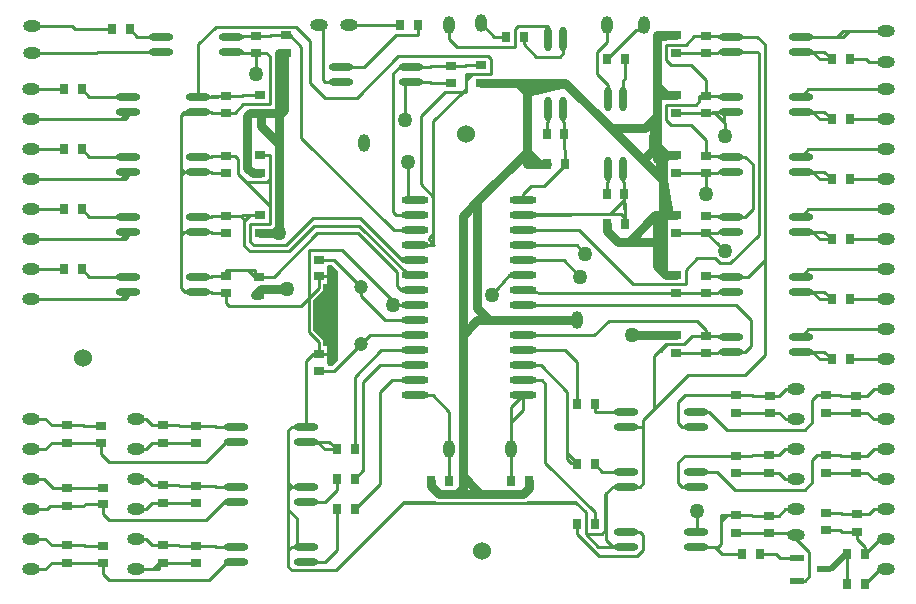
<source format=gtl>
G04 Layer_Physical_Order=1*
G04 Layer_Color=255*
%FSLAX25Y25*%
%MOIN*%
G70*
G01*
G75*
%ADD10R,0.03543X0.03150*%
%ADD11R,0.02756X0.03543*%
%ADD12O,0.02362X0.08268*%
%ADD13R,0.03543X0.02756*%
%ADD14R,0.03150X0.03543*%
%ADD15O,0.08268X0.02362*%
%ADD16R,0.04528X0.02362*%
%ADD17O,0.09055X0.02362*%
%ADD18C,0.01000*%
%ADD19C,0.03000*%
%ADD20O,0.03937X0.05906*%
%ADD21O,0.05906X0.03937*%
%ADD22C,0.06000*%
%ADD23C,0.04724*%
%ADD24C,0.05000*%
G36*
X109500Y109550D02*
Y79663D01*
X107611Y77774D01*
X105995D01*
X105772Y79181D01*
X105772Y79181D01*
X105772Y79181D01*
Y81256D01*
X103000D01*
Y82256D01*
X105772D01*
Y84331D01*
X104529D01*
Y85700D01*
X104413Y86285D01*
X104081Y86781D01*
X101229Y89634D01*
Y99766D01*
X104081Y102619D01*
X104413Y103115D01*
X104529Y103700D01*
Y105169D01*
X105772D01*
Y107244D01*
X103000D01*
Y108244D01*
X105772D01*
Y110319D01*
X105772Y110319D01*
X105947Y111427D01*
X107450Y111599D01*
X109500Y109550D01*
D02*
G37*
D10*
X147000Y177756D02*
D03*
Y172244D02*
D03*
X232000Y122244D02*
D03*
Y127756D02*
D03*
Y142244D02*
D03*
Y147756D02*
D03*
Y162244D02*
D03*
Y167756D02*
D03*
Y182244D02*
D03*
Y187756D02*
D03*
Y82244D02*
D03*
Y87756D02*
D03*
Y102244D02*
D03*
Y107756D02*
D03*
X282000Y62244D02*
D03*
Y67756D02*
D03*
X242000Y47756D02*
D03*
Y42244D02*
D03*
X72000Y127756D02*
D03*
Y122244D02*
D03*
Y147756D02*
D03*
Y142244D02*
D03*
Y167756D02*
D03*
Y162244D02*
D03*
X82000Y187756D02*
D03*
Y182244D02*
D03*
X103000Y113256D02*
D03*
Y107744D02*
D03*
Y81756D02*
D03*
Y76244D02*
D03*
X31000Y37256D02*
D03*
Y31744D02*
D03*
X30500Y57756D02*
D03*
Y52244D02*
D03*
X282000Y42244D02*
D03*
Y47756D02*
D03*
X272000Y23244D02*
D03*
Y28756D02*
D03*
X62000Y57756D02*
D03*
Y52244D02*
D03*
X253000Y27756D02*
D03*
Y22244D02*
D03*
X253500Y67756D02*
D03*
Y62244D02*
D03*
X62000Y17756D02*
D03*
Y12244D02*
D03*
X72000Y107756D02*
D03*
Y102244D02*
D03*
X31000Y17756D02*
D03*
Y12244D02*
D03*
X62000Y37756D02*
D03*
Y32244D02*
D03*
D11*
X165547Y187500D02*
D03*
X171453D02*
D03*
X34047Y190000D02*
D03*
X39953D02*
D03*
X130047Y191500D02*
D03*
X135953D02*
D03*
X199047Y180000D02*
D03*
X204953D02*
D03*
X184953Y145000D02*
D03*
X179047D02*
D03*
X279953Y80000D02*
D03*
X274047D02*
D03*
X279953Y180000D02*
D03*
X274047D02*
D03*
X279953Y160000D02*
D03*
X274047D02*
D03*
X279953Y140000D02*
D03*
X274047D02*
D03*
X279953Y120000D02*
D03*
X274047D02*
D03*
X279953Y100000D02*
D03*
X274047D02*
D03*
X204953Y125000D02*
D03*
X199047D02*
D03*
X279047Y5000D02*
D03*
X284953D02*
D03*
Y15000D02*
D03*
X279047D02*
D03*
X244047D02*
D03*
X249953D02*
D03*
X194953Y45000D02*
D03*
X189047D02*
D03*
X194953Y65000D02*
D03*
X189047D02*
D03*
X18142Y170000D02*
D03*
X24047D02*
D03*
X18142Y150000D02*
D03*
X24047D02*
D03*
X109047Y50000D02*
D03*
X114953D02*
D03*
X109047Y40000D02*
D03*
X114953D02*
D03*
X109047Y30000D02*
D03*
X114953D02*
D03*
X146453Y39500D02*
D03*
X140547D02*
D03*
X167047D02*
D03*
X172953D02*
D03*
X189047Y25000D02*
D03*
X194953D02*
D03*
X18142Y110000D02*
D03*
X24047D02*
D03*
X18142Y130000D02*
D03*
X24047D02*
D03*
D12*
X204500Y166614D02*
D03*
X199500D02*
D03*
X204500Y143386D02*
D03*
X199500D02*
D03*
X184500Y186614D02*
D03*
X179500D02*
D03*
X184500Y163386D02*
D03*
X179500D02*
D03*
D13*
X222000Y122047D02*
D03*
Y127953D02*
D03*
Y182047D02*
D03*
Y187953D02*
D03*
Y162047D02*
D03*
Y167953D02*
D03*
Y142047D02*
D03*
Y147953D02*
D03*
Y82047D02*
D03*
Y87953D02*
D03*
Y102047D02*
D03*
Y107953D02*
D03*
X272000Y67953D02*
D03*
Y62047D02*
D03*
X242000D02*
D03*
Y67953D02*
D03*
X253000Y42047D02*
D03*
Y47953D02*
D03*
X83500Y127953D02*
D03*
Y122047D02*
D03*
Y147953D02*
D03*
Y142047D02*
D03*
Y167953D02*
D03*
Y162047D02*
D03*
X92000Y187953D02*
D03*
Y182047D02*
D03*
X157000Y177953D02*
D03*
Y172047D02*
D03*
X19000Y31047D02*
D03*
Y36953D02*
D03*
Y52047D02*
D03*
Y57953D02*
D03*
X272000Y47953D02*
D03*
Y42047D02*
D03*
X282500Y28453D02*
D03*
Y22547D02*
D03*
X51000Y52047D02*
D03*
Y57953D02*
D03*
X242000Y22047D02*
D03*
Y27953D02*
D03*
X83000Y107453D02*
D03*
Y101547D02*
D03*
X19000Y12047D02*
D03*
Y17953D02*
D03*
X51000Y12047D02*
D03*
Y17953D02*
D03*
Y32047D02*
D03*
Y37953D02*
D03*
D14*
X184756Y155000D02*
D03*
X179244D02*
D03*
X204756Y135000D02*
D03*
X199244D02*
D03*
D15*
X263614Y82500D02*
D03*
Y87500D02*
D03*
X240386Y82500D02*
D03*
Y87500D02*
D03*
X263614Y102500D02*
D03*
Y107500D02*
D03*
X240386Y102500D02*
D03*
Y107500D02*
D03*
X263614Y122500D02*
D03*
Y127500D02*
D03*
X240386Y122500D02*
D03*
Y127500D02*
D03*
X263614Y142500D02*
D03*
Y147500D02*
D03*
X240386Y142500D02*
D03*
Y147500D02*
D03*
X263614Y162500D02*
D03*
Y167500D02*
D03*
X240386Y162500D02*
D03*
Y167500D02*
D03*
X263614Y182500D02*
D03*
Y187500D02*
D03*
X240386Y182500D02*
D03*
Y187500D02*
D03*
X205386Y22500D02*
D03*
Y17500D02*
D03*
X228614Y22500D02*
D03*
Y17500D02*
D03*
X205386Y42500D02*
D03*
Y37500D02*
D03*
X228614Y42500D02*
D03*
Y37500D02*
D03*
X205386Y62500D02*
D03*
Y57500D02*
D03*
X228614Y62500D02*
D03*
Y57500D02*
D03*
X39480Y167500D02*
D03*
Y162500D02*
D03*
X62709Y167500D02*
D03*
Y162500D02*
D03*
X39480Y147500D02*
D03*
Y142500D02*
D03*
X62709Y147500D02*
D03*
Y142500D02*
D03*
X39480Y127500D02*
D03*
Y122500D02*
D03*
X62709Y127500D02*
D03*
Y122500D02*
D03*
X110386Y177500D02*
D03*
Y172500D02*
D03*
X133614Y177500D02*
D03*
Y172500D02*
D03*
X50386Y187500D02*
D03*
Y182500D02*
D03*
X73614Y187500D02*
D03*
Y182500D02*
D03*
X98614Y12500D02*
D03*
Y17500D02*
D03*
X75386Y12500D02*
D03*
Y17500D02*
D03*
X39480Y107500D02*
D03*
Y102500D02*
D03*
X62709Y107500D02*
D03*
Y102500D02*
D03*
X98614Y52500D02*
D03*
Y57500D02*
D03*
X75386Y52500D02*
D03*
Y57500D02*
D03*
X98614Y32500D02*
D03*
Y37500D02*
D03*
X75386Y32500D02*
D03*
Y37500D02*
D03*
D16*
X262571Y13740D02*
D03*
Y6260D02*
D03*
X271429Y10000D02*
D03*
D17*
X135183Y133000D02*
D03*
Y128000D02*
D03*
Y123000D02*
D03*
Y118000D02*
D03*
Y113000D02*
D03*
Y108000D02*
D03*
Y103000D02*
D03*
Y98000D02*
D03*
Y93000D02*
D03*
Y88000D02*
D03*
Y83000D02*
D03*
Y78000D02*
D03*
Y73000D02*
D03*
Y68000D02*
D03*
X171010Y133000D02*
D03*
Y128000D02*
D03*
Y123000D02*
D03*
Y118000D02*
D03*
Y113000D02*
D03*
Y108000D02*
D03*
Y103000D02*
D03*
Y98000D02*
D03*
Y93000D02*
D03*
Y88000D02*
D03*
Y83000D02*
D03*
Y78000D02*
D03*
Y73000D02*
D03*
Y68000D02*
D03*
D18*
X238500Y154500D02*
Y158744D01*
X238200Y159044D02*
X238500Y158744D01*
X87953Y107453D02*
X102500Y122000D01*
X83000Y107453D02*
X87953D01*
X102500Y122000D02*
X116183D01*
X80000Y116047D02*
X93000D01*
X81350Y118047D02*
X92000D01*
X72000Y109725D02*
X79456D01*
X249700Y121543D02*
Y182000D01*
X240157Y112000D02*
X249700Y121543D01*
X236843Y112000D02*
X240157D01*
X235243Y113600D02*
X236843Y112000D01*
X229100Y113600D02*
X235243D01*
X238244Y116000D02*
X238500D01*
X235944Y118300D02*
X238244Y116000D01*
X262000Y20000D02*
Y21500D01*
Y20000D02*
X266400Y15600D01*
X261256Y22244D02*
X262000Y21500D01*
X253000Y22244D02*
X261256D01*
X180601Y102047D02*
X222000D01*
X171588Y102378D02*
X180601Y102047D01*
X171010Y103000D02*
X171588Y102378D01*
X207900Y104939D02*
X225300D01*
X189839Y123000D02*
X207900Y104939D01*
X184700Y113000D02*
X190200Y107500D01*
X116512Y124500D02*
X133012Y108000D01*
X101453Y124500D02*
X116512D01*
X116840Y127000D02*
X130840Y113000D01*
X100953Y127000D02*
X116840D01*
X129156Y104344D02*
X130500Y103000D01*
X135183D01*
X129156Y104344D02*
Y109028D01*
X116183Y122000D02*
X129156Y109028D01*
X130840Y113000D02*
X135183D01*
X133012Y108000D02*
X135183D01*
X267500Y182500D02*
X271547D01*
X267500Y162500D02*
X271547D01*
X267500Y142500D02*
X271547D01*
X187000Y45400D02*
X189047D01*
X185800Y46600D02*
Y48647D01*
X267500Y122500D02*
X271547D01*
X267500Y102500D02*
X271547D01*
X267500Y82500D02*
X271547D01*
X167000Y59200D02*
Y63990D01*
X102500Y52500D02*
X106547D01*
X132800Y133000D02*
Y145800D01*
X169500Y191100D02*
X179500D01*
X208700Y189653D02*
X211500D01*
X279800Y189500D02*
X292000D01*
X277800D02*
X279800D01*
X275800Y187500D02*
X277800D01*
X263614D02*
X275800D01*
X36980Y100000D02*
X38480D01*
X7000D02*
X36980D01*
Y120000D02*
X38480D01*
X7000D02*
X36980D01*
Y140000D02*
X38480D01*
X7000D02*
X36980D01*
Y160000D02*
X38480D01*
X7000D02*
X36980D01*
X104508Y172992D02*
Y191500D01*
X237000Y27953D02*
X239000D01*
X237000Y25953D02*
Y27953D01*
Y18500D02*
Y25953D01*
X238200Y159044D02*
Y162500D01*
X229000Y29400D02*
Y29500D01*
Y22500D02*
Y29400D01*
X204756Y133000D02*
Y135000D01*
Y130097D02*
Y133000D01*
X200056Y128300D02*
X203653D01*
X174400D02*
X200056D01*
X174400Y128000D02*
Y128300D01*
X49728Y10000D02*
Y12047D01*
X47681Y10000D02*
X49728D01*
X81728Y107453D02*
Y109725D01*
X79456D02*
X81728D01*
X78228Y126181D02*
Y126528D01*
X77797Y127953D02*
X80000D01*
X86800Y140000D02*
Y147953D01*
Y131000D02*
Y140000D01*
Y125075D02*
Y131000D01*
X76100Y141700D02*
X78800Y139000D01*
X151939Y175061D02*
X154061D01*
X152000Y173000D02*
Y175000D01*
Y170169D02*
Y173000D01*
Y169169D02*
Y170169D01*
X151000Y169169D02*
X152000D01*
X145169D02*
X151000D01*
X152000Y170169D01*
X141211Y159380D02*
X151000Y169169D01*
X140905Y118694D02*
X141600Y118000D01*
X139640Y119960D02*
X140905Y118694D01*
X140211Y118000D02*
X141600D01*
X135183D02*
X140211D01*
X141211Y134111D02*
Y159380D01*
Y119000D02*
Y121889D01*
X140905Y118694D02*
X141211Y119000D01*
X140211Y118000D02*
X140905Y118694D01*
X62800Y167500D02*
Y185000D01*
Y167500D02*
X67200D01*
X229900Y166125D02*
Y167756D01*
X251700Y81400D02*
Y113000D01*
X218853Y84953D02*
X219053D01*
X226100Y74700D02*
X228300D01*
X196200Y17500D02*
X201000D01*
X131900Y159900D02*
Y172500D01*
X57000Y141500D02*
Y143500D01*
Y122500D02*
Y141500D01*
X58000Y142500D02*
X62709D01*
X57451D02*
X58000D01*
X57000Y122500D02*
X58000D01*
X57000Y121500D02*
Y122500D01*
X129000Y98000D02*
X135183D01*
X110669Y116331D02*
X129000Y98000D01*
X99700Y100400D02*
X103000Y103700D01*
X97000Y97700D02*
X99700Y100400D01*
X188500Y32500D02*
X188800Y32200D01*
X141757D02*
X172395D01*
X131200D02*
X141757D01*
X172395D02*
X188800D01*
X131200D02*
X131500Y32500D01*
X108700Y9700D02*
X131200Y32200D01*
X99700Y100400D02*
Y116331D01*
Y89000D02*
Y100400D01*
X95700Y17500D02*
Y27000D01*
Y17500D02*
X98614D01*
X92900Y16400D02*
Y29800D01*
Y10800D02*
Y16400D01*
Y38600D02*
Y56400D01*
Y36400D02*
Y38600D01*
X272700Y10000D02*
X274047D01*
X271429D02*
X272700D01*
X271547Y182500D02*
X274047Y180000D01*
X271547Y162500D02*
X274047Y160000D01*
X271547Y142500D02*
X274047Y140000D01*
X171010Y78000D02*
X177000D01*
X185800Y48647D02*
Y69200D01*
Y48647D02*
X189047Y45400D01*
Y45000D02*
Y45400D01*
X271547Y122500D02*
X274047Y120000D01*
X271547Y102500D02*
X274047Y100000D01*
X271547Y82500D02*
X274047Y80000D01*
X167000Y63990D02*
X171010Y68000D01*
X106547Y52500D02*
X109047Y50000D01*
X275800Y187500D02*
X277800Y189500D01*
X36980Y100000D02*
X39480Y102500D01*
X36980Y120000D02*
X39480Y122500D01*
X36980Y140000D02*
X39480Y142500D01*
X36980Y160000D02*
X39480Y162500D01*
X228614Y17500D02*
X235000D01*
X237000Y25953D02*
X239000Y27953D01*
X242000D01*
X238200Y162500D02*
X240386D01*
X232000Y162244D02*
X238200Y162500D01*
X189000Y118000D02*
X191900Y115100D01*
X235000Y162244D02*
X238200Y159044D01*
X232000Y162244D02*
X235000D01*
X232000Y122244D02*
X235944Y118300D01*
X174400Y128000D02*
X200056Y128300D01*
X204756Y133000D01*
X204953Y125000D02*
Y127000D01*
X204756Y135000D02*
X204953Y129900D01*
X42000Y10000D02*
X47681D01*
X49728Y12047D01*
X51000D01*
X31000Y8500D02*
X33000Y6500D01*
X66400D01*
X72400Y12500D01*
X72000Y107756D02*
Y109725D01*
X79456D02*
X81728Y107453D01*
X80000Y127953D02*
X83500D01*
X78228Y126181D02*
X80000Y127953D01*
X78228Y117819D02*
Y126181D01*
X67200Y167500D02*
X72000Y167756D01*
X62800Y185000D02*
X68700Y190900D01*
X100000Y172100D02*
X105000Y167100D01*
X159300Y181000D02*
X160300Y180000D01*
X154061Y175061D02*
X160300D01*
X152000Y173000D02*
X154061Y175061D01*
X57000Y143500D02*
X58000Y142500D01*
X57000Y143500D02*
Y161500D01*
X62709Y162500D01*
X94000Y9700D02*
X108700D01*
X94000Y57500D02*
X98614D01*
X92900Y36400D02*
X94000Y37500D01*
X98614D01*
X192000Y21700D02*
X196200Y17500D01*
X188800Y32200D02*
X192000Y29000D01*
X92900Y10800D02*
X94000Y9700D01*
X227456Y87756D02*
X232000D01*
X224653Y84953D02*
X227456Y87756D01*
X219053Y84953D02*
X224653D01*
X217000Y82900D02*
X219053Y84953D01*
X211100Y38600D02*
Y57500D01*
X245000Y74700D02*
X251700Y81400D01*
X240386Y187500D02*
X249200D01*
X251700Y185000D01*
X228300Y74700D02*
X245000D01*
X205386Y57500D02*
X211100D01*
X127800Y98000D02*
X129000D01*
X99700Y116331D02*
X110669D01*
X99700Y89000D02*
X103000Y85700D01*
Y81756D02*
Y85700D01*
X274047Y10000D02*
X279047Y15000D01*
X98614Y57500D02*
Y79370D01*
X101000Y81756D01*
X103000D01*
X107957Y113256D02*
X117000Y104213D01*
X103000Y113256D02*
X107957D01*
X83500Y147953D02*
X86800D01*
X80228Y125075D02*
X86800D01*
X76100Y141700D02*
Y146656D01*
X189047Y21700D02*
X196447Y14300D01*
X211100Y16400D02*
Y21400D01*
X210000Y22500D02*
X211100Y21400D01*
X205386Y22500D02*
X210000D01*
X177500Y73000D02*
X178573Y71927D01*
Y45480D02*
Y71927D01*
X194953Y25000D02*
Y29100D01*
X171453Y185000D02*
Y187500D01*
X175553Y180900D02*
X183400D01*
X184500Y182000D02*
Y186614D01*
X204500Y166614D02*
Y173000D01*
X204953Y173453D01*
Y180000D01*
X194953Y62500D02*
Y65000D01*
Y62500D02*
X205386D01*
X185000Y83000D02*
X189047Y78953D01*
X135183Y68000D02*
X141000D01*
X146500Y50000D02*
Y62500D01*
Y44747D02*
Y50000D01*
X146453Y44700D02*
X146500Y44747D01*
X167047Y39500D02*
Y44700D01*
X167000Y44747D02*
X167047Y44700D01*
X167000Y44747D02*
Y50000D01*
X98614Y12500D02*
X105000D01*
X109047Y16547D01*
X123500Y38547D02*
Y69000D01*
X127500Y73000D01*
X114953Y50000D02*
Y74153D01*
X123800Y83000D01*
X135183D01*
X98614Y32500D02*
X105200D01*
X109047Y36347D01*
X117900Y42947D02*
Y72400D01*
X123500Y78000D01*
X118154Y177500D02*
X128854Y188200D01*
X135953D02*
Y191500D01*
X132800Y133000D02*
X135183D01*
X149000Y184200D02*
X168500D01*
Y190100D01*
X169500Y191100D01*
X211500Y189653D02*
Y191500D01*
X199500Y166614D02*
Y171400D01*
X195700Y175200D02*
X199500Y171400D01*
X195700Y175200D02*
Y182500D01*
X199000Y185800D01*
Y191500D01*
X285400Y180000D02*
X286400Y179000D01*
X292000D01*
X279953Y160000D02*
X292000D01*
X279953Y140000D02*
X292000D01*
X279953Y120000D02*
X292000D01*
X279953Y100000D02*
X292000D01*
X279953Y80000D02*
X292000D01*
X7000Y110000D02*
X18142D01*
X7000Y130000D02*
X18142D01*
X7000Y150000D02*
X18142D01*
X7000Y170000D02*
X18142D01*
X20700Y191000D02*
X21700Y190000D01*
X34047D01*
X7500Y182000D02*
X28900D01*
X29400Y182500D01*
X50386D01*
X113000Y191500D02*
X130047D01*
X104508Y172992D02*
X105000Y172500D01*
X103000Y191500D02*
X104508D01*
X256300Y27756D02*
X258544Y30000D01*
X247400Y22047D02*
X247597Y22244D01*
X253000D01*
X266400Y7660D02*
Y15600D01*
X265000Y6260D02*
X266400Y7660D01*
X225300Y104939D02*
Y109800D01*
X249200Y182500D02*
X249700Y182000D01*
X236000Y182244D02*
X236256Y182500D01*
X227469Y182244D02*
X232000D01*
X227272Y182047D02*
X227469Y182244D01*
Y162244D02*
X232000D01*
X227272Y162047D02*
X227469Y162244D01*
X222000Y162047D02*
X227272D01*
X276900Y23244D02*
X277597Y22547D01*
X282500Y19953D02*
Y22547D01*
X289953Y20000D02*
X292000D01*
X287947Y30000D02*
X292000D01*
X282500Y28453D02*
X286400D01*
X277303D02*
X282500D01*
X277000Y28756D02*
X277303Y28453D01*
X272000Y28756D02*
X277000D01*
X171010Y113000D02*
X184700D01*
X227097Y142244D02*
X232000D01*
X236000D01*
X171010Y133000D02*
Y135000D01*
X184953Y145000D02*
Y149900D01*
X184756Y150097D02*
X184953Y149900D01*
X184500Y159256D02*
X184756Y159000D01*
X179244Y155000D02*
Y159000D01*
X179500Y159256D01*
Y163386D01*
X224000Y37500D02*
X228614D01*
X222900Y38600D02*
X224000Y37500D01*
X222900Y45656D02*
X225000Y47756D01*
X242000D02*
X247400D01*
X247597Y47953D01*
X253000D02*
X256400D01*
X242000Y42244D02*
X247400D01*
X247597Y42047D01*
X256400D02*
X258447Y40000D01*
X262000D01*
X276900Y42047D02*
X277097Y42244D01*
X282000D01*
X285800D02*
X288044Y40000D01*
X292000D01*
X228614Y42500D02*
X235700D01*
X267500Y39000D02*
Y46453D01*
X269000Y47953D02*
X272000D01*
X277097Y47756D02*
X282000D01*
X285800D01*
X288044Y50000D01*
X292000D01*
X232000Y122244D02*
X236000D01*
X236256Y122500D01*
X227097Y122244D02*
X232000D01*
X222000Y122047D02*
X226900D01*
X204756Y135000D02*
Y139000D01*
X204500Y139256D02*
Y143386D01*
X199244Y135000D02*
Y139000D01*
X199500Y139256D01*
Y143386D01*
X224000Y57500D02*
X228614D01*
X222900Y58600D02*
X224000Y57500D01*
X222900Y65853D02*
X225000Y67953D01*
X242000D02*
X247600D01*
X247797Y67756D01*
X256600D02*
X258844Y70000D01*
X247600Y62047D02*
X247797Y62244D01*
X253500D01*
X256600D02*
X258844Y60000D01*
X262000D01*
X236000Y102244D02*
X236256Y102500D01*
X240386D01*
X276900Y62047D02*
X277097Y62244D01*
X282000D01*
X285800D02*
X288044Y60000D01*
X292000D01*
X228614Y62500D02*
X233200D01*
X267500Y59000D02*
Y66453D01*
X269000Y67953D02*
X272000D01*
X277097Y67756D02*
X282000D01*
X285800D01*
X288044Y70000D01*
X292000D01*
X56400Y17953D02*
X56597Y17756D01*
X62000D01*
X68500D02*
X68756Y17500D01*
X75386D01*
X51000Y12047D02*
X56400D01*
X56597Y12244D01*
X62000D01*
X222000Y82047D02*
X227272D01*
X247000Y84500D02*
Y93000D01*
X242000Y98000D02*
X247000Y93000D01*
X25097Y17756D02*
X31000D01*
X7000Y10000D02*
X11900D01*
X13947Y12047D01*
X19000D01*
X24900D01*
X25097Y12244D01*
X31000D01*
X56400Y57953D02*
X56597Y57756D01*
X62000D01*
X68500D02*
X68756Y57500D01*
X75386D01*
X47447Y52047D02*
X51000D01*
X56400D01*
X56597Y52244D02*
X62000D01*
X56400Y37953D02*
X56597Y37756D01*
X62000D01*
X68500D02*
X68756Y37500D01*
X75386D01*
X47447Y32047D02*
X51000D01*
X56400D01*
X56597Y32244D02*
X62000D01*
X24797Y57756D02*
X30500D01*
X11900Y50000D02*
X13947Y52047D01*
X19000D02*
X24600D01*
X24797Y52244D02*
X30500D01*
X62709Y127500D02*
X67200D01*
X67456Y127756D01*
X77000D02*
X78228Y126528D01*
X19000Y36953D02*
X24800D01*
X25103Y37256D02*
X31000D01*
X13447Y31047D02*
X19000D01*
X24600D01*
X25297Y31744D02*
X31000D01*
X33000Y26500D02*
X65500D01*
X71500Y32500D01*
X67456Y147756D02*
X72000D01*
X108244Y76244D02*
X117000Y85000D01*
X120000Y88000D01*
X117000Y101208D02*
Y104213D01*
X77600Y167756D02*
X77797Y167953D01*
X83500D01*
X127900Y129000D02*
X128900Y128000D01*
X127900Y175420D02*
X129980Y177500D01*
X133614D02*
X140100D01*
X140356Y177756D02*
X147000D01*
X151900D01*
X73614Y187500D02*
X77600D01*
X77856Y187756D02*
X82000D01*
X86900D02*
X87097Y187953D01*
X93400D02*
X97200Y184153D01*
X62709Y102500D02*
X67200D01*
X67456Y102244D01*
X62709Y122500D02*
X67200D01*
X67456Y122244D02*
X72000D01*
X62709Y142500D02*
X67200D01*
X72000Y98700D02*
Y102244D01*
X73000Y97700D02*
X97000D01*
X103000Y103700D02*
Y107744D01*
X67200Y162500D02*
X67456Y162244D01*
X72000D01*
X75100D02*
X77930Y165075D01*
X86800D02*
Y181000D01*
X82000Y182244D02*
X85556D01*
X77600Y182500D02*
X77856Y182244D01*
X73614Y182500D02*
X77600D01*
X82000Y175100D02*
Y182244D01*
X201000Y37500D02*
X205386D01*
X240386Y107500D02*
X246200D01*
X236256Y87500D02*
X240386D01*
X232000Y107756D02*
X236000D01*
X232000Y87756D02*
Y89831D01*
X199631Y92831D02*
X229000D01*
X194800Y88000D02*
X199631Y92831D01*
X171010Y88000D02*
X194800D01*
X225300Y184925D02*
X228131Y187756D01*
X218728Y179672D02*
Y184925D01*
X227000Y178000D02*
X232000Y173000D01*
X236256Y167500D02*
X240386D01*
X218728Y159672D02*
X220400Y158000D01*
X227000D01*
X232000Y153000D01*
Y147756D02*
Y153000D01*
X247700Y130200D02*
Y145000D01*
X245000Y127500D02*
X247700Y130200D01*
X236256Y127500D02*
X240386D01*
X289953Y10000D02*
X292000D01*
X255600Y15000D02*
X256860Y13740D01*
X262571D01*
X279047Y5000D02*
Y15000D01*
X235000Y17500D02*
X236000D01*
X237000Y18500D01*
X251700Y113000D02*
Y185000D01*
X211100Y59700D02*
X214900Y63500D01*
X226100Y74700D01*
X57000Y103900D02*
Y121500D01*
X263614Y182500D02*
X267500D01*
X270000Y180000D01*
X274047D01*
X189047Y21700D02*
Y25000D01*
X196447Y14300D02*
X209000D01*
X211100Y16400D01*
X171010Y73000D02*
X177500D01*
X178573Y45480D02*
X194953Y29100D01*
X263614Y162500D02*
X267500D01*
X270000Y160000D01*
X274047D01*
X263614Y142500D02*
X267500D01*
X270000Y140000D01*
X274047D01*
X171453Y185000D02*
X175553Y180900D01*
X183400D02*
X184500Y182000D01*
X194953Y45000D02*
X197453Y42500D01*
X205386D01*
X177000Y78000D02*
X185800Y69200D01*
Y46600D02*
X187000Y45400D01*
X263614Y122500D02*
X267500D01*
X270000Y120000D01*
X274047D01*
X171010Y83000D02*
X185000D01*
X189047Y65000D02*
Y78953D01*
X263614Y102500D02*
X267500D01*
X270000Y100000D01*
X274047D01*
X263614Y82500D02*
X267500D01*
X270000Y80000D01*
X274047D01*
X141000Y68000D02*
X146500Y62500D01*
X146453Y39500D02*
Y44700D01*
X167000Y50000D02*
Y59200D01*
X171010Y63210D01*
Y68000D01*
X109047Y16547D02*
Y30000D01*
X114953D02*
X123500Y38547D01*
X127500Y73000D02*
X135183D01*
X24047Y110000D02*
X26547Y107500D01*
X39480D01*
X98614Y52500D02*
X102500D01*
X105000Y50000D01*
X109047D01*
Y36347D02*
Y40000D01*
X114953D02*
X117900Y42947D01*
X123500Y78000D02*
X135183D01*
X24047Y130000D02*
X26547Y127500D01*
X39480D01*
X24047Y150000D02*
X26547Y147500D01*
X39480D01*
X24047Y170000D02*
X26547Y167500D01*
X39480D01*
X110386Y177500D02*
X118154D01*
X128854Y188200D02*
X135953D01*
X39953Y190000D02*
X42453Y187500D01*
X50386D01*
X157000Y192000D02*
X161500Y187500D01*
X165547D01*
X146500Y186700D02*
Y191500D01*
Y186700D02*
X149000Y184200D01*
X179500Y186614D02*
Y191100D01*
X199047Y180000D02*
X208700Y189653D01*
X279953Y180000D02*
X285400D01*
X277800Y187500D02*
X279800Y189500D01*
X263614Y167500D02*
X266114Y170000D01*
X292000D01*
X263614Y147500D02*
X266114Y150000D01*
X292000D01*
X263614Y127500D02*
X266114Y130000D01*
X292000D01*
X263614Y107500D02*
X266114Y110000D01*
X292000D01*
X263614Y87500D02*
X266114Y90000D01*
X292000D01*
X38480Y100000D02*
X39480Y101000D01*
Y102500D01*
X38480Y120000D02*
X39480Y121000D01*
Y122500D01*
X38480Y140000D02*
X39480Y141000D01*
Y142500D01*
X38480Y160000D02*
X39480Y161000D01*
Y162500D01*
X7500Y191000D02*
X20700D01*
X105000Y172500D02*
X110386D01*
X242000Y27953D02*
X247400D01*
X247597Y27756D01*
X253000D01*
X256300D01*
X258544Y30000D02*
X262000D01*
X237500Y15000D02*
X244047D01*
X235000Y17500D02*
X237500Y15000D01*
X242000Y22047D02*
X247400D01*
X262571Y6260D02*
X265000D01*
X171010Y123000D02*
X189839D01*
X225300Y109800D02*
X229100Y113600D01*
X240386Y182500D02*
X249200D01*
X236256D02*
X240386D01*
X232000Y182244D02*
X236000D01*
X222000Y182047D02*
X227272D01*
X171010Y118000D02*
X189000D01*
X236256Y162500D02*
X238200D01*
X232000Y162244D02*
X236256Y162500D01*
X272000Y23244D02*
X276900D01*
X277597Y22547D02*
X282500D01*
Y19953D02*
X284953Y17500D01*
Y15000D02*
Y17500D01*
Y15000D02*
X289953Y20000D01*
X228614Y22500D02*
X229000D01*
X286400Y28453D02*
X287947Y30000D01*
X232000Y135000D02*
Y142244D01*
X226900Y142047D02*
X227097Y142244D01*
X222000Y142047D02*
X226900D01*
X236000Y142244D02*
X236256Y142500D01*
X240386D01*
X171010Y135000D02*
X173910Y137900D01*
X178253D01*
X184953Y144600D01*
Y145000D01*
X184756Y150097D02*
Y155000D01*
Y159000D01*
X184500Y159256D02*
Y163386D01*
X222900Y38600D02*
Y45656D01*
X225000Y47756D02*
X242000D01*
X247597Y47953D02*
X253000D01*
X256400D02*
X258447Y50000D01*
X262000D01*
X247597Y42047D02*
X253000D01*
X256400D01*
X272000D02*
X276900D01*
X282000Y42244D02*
X285800D01*
X235700Y42500D02*
X241700Y36500D01*
X265000D01*
X267500Y39000D01*
Y46453D02*
X269000Y47953D01*
X272000D02*
X276900D01*
X277097Y47756D01*
X166400Y108000D02*
X171010D01*
X160900Y101500D02*
X166400Y108000D01*
X236256Y122500D02*
X240386D01*
X226900Y122047D02*
X227097Y122244D01*
X171010Y128000D02*
X174400D01*
X203653Y128300D02*
X204953Y127000D01*
Y129900D01*
X204756Y130097D02*
X204953Y129900D01*
X204500Y139256D02*
X204756Y139000D01*
X222900Y58600D02*
Y65853D01*
X225000Y67953D02*
X242000D01*
X247797Y67756D02*
X253500D01*
X256600D01*
X258844Y70000D02*
X262000D01*
X242000Y62047D02*
X247600D01*
X253500Y62244D02*
X256600D01*
X222000Y102047D02*
X226900D01*
X227097Y102244D01*
X232000D01*
X236000D01*
X272000Y62047D02*
X276900D01*
X282000Y62244D02*
X285800D01*
X233200Y62500D02*
X239200Y56500D01*
X265000D01*
X267500Y59000D01*
Y66453D02*
X269000Y67953D01*
X272000D02*
X276900D01*
X277097Y67756D01*
X47447Y17953D02*
X51000D01*
X45400Y20000D02*
X47447Y17953D01*
X42000Y20000D02*
X45400D01*
X51000Y17953D02*
X56400D01*
X62000Y17756D02*
X68500D01*
X227272Y82047D02*
X227469Y82244D01*
X232000D01*
X236000D01*
X236256Y82500D01*
X240386D01*
X245000D01*
X247000Y84500D01*
X171010Y98000D02*
X242000D01*
X13947Y17953D02*
X19000D01*
X11900Y20000D02*
X13947Y17953D01*
X7000Y20000D02*
X11900D01*
X19000Y17953D02*
X24900D01*
X25097Y17756D01*
X31000Y8500D02*
Y12244D01*
X72400Y12500D02*
X75386D01*
X62709Y107500D02*
X67200D01*
X67456Y107756D01*
X72000D01*
X81728Y107453D02*
X83000D01*
X47447Y57953D02*
X51000D01*
X45400Y60000D02*
X47447Y57953D01*
X42000Y60000D02*
X45400D01*
X51000Y57953D02*
X56400D01*
X62000Y57756D02*
X68500D01*
X42000Y50000D02*
X45400D01*
X47447Y52047D01*
X56400D02*
X56597Y52244D01*
X47447Y37953D02*
X51000D01*
X45400Y40000D02*
X47447Y37953D01*
X42000Y40000D02*
X45400D01*
X51000Y37953D02*
X56400D01*
X62000Y37756D02*
X68500D01*
X42000Y30000D02*
X45400D01*
X47447Y32047D01*
X56400D02*
X56597Y32244D01*
X13947Y57953D02*
X19000D01*
X11900Y60000D02*
X13947Y57953D01*
X7000Y60000D02*
X11900D01*
X19000Y57953D02*
X24600D01*
X24797Y57756D01*
X7000Y50000D02*
X11900D01*
X13947Y52047D02*
X19000D01*
X24600D02*
X24797Y52244D01*
X30500Y48300D02*
Y52244D01*
Y48300D02*
X33000Y45800D01*
X65500D01*
X72200Y52500D01*
X75386D01*
X67456Y127756D02*
X72000D01*
X77600D02*
X77797Y127953D01*
X77000Y127756D02*
X77600D01*
X93000Y116047D02*
X101453Y124500D01*
X72000Y127756D02*
X77000D01*
X78228Y117819D02*
X80000Y116047D01*
X14447Y36953D02*
X19000D01*
X11400Y40000D02*
X14447Y36953D01*
X7000Y40000D02*
X11400D01*
X24800Y36953D02*
X25103Y37256D01*
X7000Y30000D02*
X12400D01*
X13447Y31047D01*
X24600D02*
X25297Y31744D01*
X31000Y28500D02*
Y31744D01*
Y28500D02*
X33000Y26500D01*
X71500Y32500D02*
X75386D01*
X67200Y147500D02*
X67456Y147756D01*
X62709Y147500D02*
X67200D01*
X72000Y147756D02*
X75000D01*
X76100Y146656D01*
X80228Y119169D02*
Y125075D01*
X85800Y139000D02*
X86800Y140000D01*
X78800Y139000D02*
X85800D01*
X78800D02*
X86800Y131000D01*
X80228Y119169D02*
X81350Y118047D01*
X92000D02*
X100953Y127000D01*
X103000Y76244D02*
X108244D01*
X120000Y88000D02*
X135183D01*
X117000Y101208D02*
X125208Y93000D01*
X135183D01*
X67200Y167500D02*
X67456Y167756D01*
X72000D01*
X77600D01*
X62709Y167500D02*
X62800D01*
X68700Y190900D02*
X95300D01*
X100000Y186200D01*
Y172100D02*
Y186200D01*
X105000Y167100D02*
X115700D01*
X129600Y181000D01*
X159300D01*
X160300Y175061D02*
Y180000D01*
X151939Y175061D02*
X152000Y175000D01*
X137000Y161000D02*
X145169Y169169D01*
X137000Y138322D02*
Y161000D01*
Y138322D02*
X141211Y134111D01*
Y121889D02*
Y134111D01*
X139640Y120319D02*
X141211Y121889D01*
X139640Y119960D02*
Y120319D01*
X128900Y128000D02*
X135183D01*
X127900Y129000D02*
Y175420D01*
X129980Y177500D02*
X133614D01*
X140100D02*
X140356Y177756D01*
X151900D02*
X152097Y177953D01*
X157000D01*
X77600Y187500D02*
X77856Y187756D01*
X82000D02*
X86900D01*
X87097Y187953D02*
X92000D01*
X93400D01*
X97200Y153800D02*
Y184153D01*
Y153800D02*
X128000Y123000D01*
X135183D01*
X67456Y102244D02*
X72000D01*
X67200Y122500D02*
X67456Y122244D01*
X67200Y142500D02*
X67456Y142244D01*
X72000D01*
X58400Y102500D02*
X62709D01*
X57000Y103900D02*
X58400Y102500D01*
X57000Y141500D02*
X58000Y142500D01*
X57000Y161500D02*
X58000Y162500D01*
Y122500D02*
X62709D01*
X57000Y121500D02*
X58000Y122500D01*
Y162500D02*
X62709D01*
X72000Y98700D02*
X73000Y97700D01*
X62709Y162500D02*
X67200D01*
X72000Y162244D02*
X75100D01*
X77930Y165075D02*
X86800D01*
X85556Y182244D02*
X86800Y181000D01*
X77856Y182244D02*
X82000D01*
X131900Y172500D02*
X133614D01*
X140100D01*
X140356Y172244D01*
X147000D01*
X92900Y29800D02*
Y36400D01*
X172695Y32500D02*
X188500D01*
X197300Y21700D02*
X198600Y23000D01*
X198800Y19700D02*
Y35300D01*
X92900Y56400D02*
X94000Y57500D01*
X92900Y38600D02*
X94000Y37500D01*
X92900Y29800D02*
X95700Y27000D01*
X94000Y17500D02*
X95700D01*
X92900Y16400D02*
X94000Y17500D01*
X141457Y32500D02*
X141757Y32200D01*
X192000Y21700D02*
X197300D01*
X131500Y32500D02*
X141457D01*
X172395Y32200D02*
X172695Y32500D01*
X192000Y21700D02*
Y29000D01*
X198600Y23000D02*
Y35100D01*
X198800Y19700D02*
X201000Y17500D01*
X198600Y35100D02*
X198800Y35300D01*
X201000Y37500D01*
Y17500D02*
X205386D01*
Y37500D02*
X210000D01*
X211100Y38600D01*
X214900Y81000D02*
X218853Y84953D01*
X214900Y63500D02*
Y81000D01*
X211100Y57500D02*
Y59700D01*
X246200Y107500D02*
X251700Y113000D01*
X232000Y87756D02*
X236000D01*
X236256Y87500D01*
Y107500D02*
X240386D01*
X236000Y107756D02*
X236256Y107500D01*
Y187500D02*
X240386D01*
X236000Y187756D02*
X236256Y187500D01*
X232000Y187756D02*
X236000D01*
X229000Y92831D02*
X232000Y89831D01*
X228131Y187756D02*
X232000D01*
X218728Y184925D02*
X225300D01*
X218728Y179672D02*
X220400Y178000D01*
X227000D01*
X232000Y167756D02*
Y173000D01*
Y167756D02*
X236000D01*
X236256Y167500D01*
X229900Y167756D02*
X232000D01*
X228700Y164925D02*
X229900Y166125D01*
X218728Y164925D02*
X228700D01*
X218728Y159672D02*
Y164925D01*
X232000Y147756D02*
X236000D01*
X236256Y147500D01*
X240386D01*
X245200D01*
X247700Y145000D01*
X240386Y127500D02*
X245000D01*
X236000Y127756D02*
X236256Y127500D01*
X232000Y127756D02*
X236000D01*
X284953Y5000D02*
X289953Y10000D01*
X249953Y15000D02*
X255600D01*
X272700Y10000D02*
X277700Y15000D01*
X279047D01*
D19*
X83806Y103500D02*
X92500D01*
X81853Y101547D02*
X83806Y103500D01*
X218747Y107953D02*
X222000D01*
X217700Y109000D02*
X218747Y107953D01*
X214873Y160145D02*
X215728Y161000D01*
Y167925D01*
Y170972D01*
Y150972D02*
Y161000D01*
Y170972D02*
Y187925D01*
X211728Y157000D02*
X214873Y160145D01*
X219000Y147953D02*
X222000D01*
X216477Y146653D02*
X217700D01*
X215728D02*
X216477D01*
X215728Y150972D02*
X216221Y148132D01*
X216477Y146653D01*
X217700Y139600D01*
X216221Y148132D02*
X217700Y146653D01*
X215728Y148625D02*
X216221Y148132D01*
X214555Y149798D02*
X215728Y148625D01*
X217700Y139600D02*
Y146653D01*
Y119000D02*
Y127953D01*
Y109000D02*
Y119000D01*
X211028Y146272D02*
X217700Y139600D01*
X219700Y127953D02*
X222000D01*
X217700D02*
X219700D01*
X217027D02*
X217700D01*
X215728Y119000D02*
X217700D01*
X206274D02*
X215728D01*
X202747D02*
X206274D01*
X215728Y110972D02*
X217700Y109000D01*
X215728Y148625D02*
Y150972D01*
Y146653D02*
Y148625D01*
X214555Y149798D02*
X215728Y150972D01*
X211028Y146272D02*
X214555Y149798D01*
X215728Y119000D02*
Y126654D01*
Y110972D02*
Y119000D01*
X200300Y157000D02*
X211028Y146272D01*
X91600Y163247D02*
Y182047D01*
X92000D01*
X89800D02*
X91600D01*
X172500Y149000D02*
Y149300D01*
Y145000D02*
Y149000D01*
Y145000D02*
X176500D01*
X172500Y149000D02*
X176500Y145000D01*
X172350Y149150D02*
X172500Y149000D01*
X172350Y149150D02*
X172500Y149300D01*
X155900Y132700D02*
X172350Y149150D01*
X151000Y127800D02*
X155900Y132700D01*
X89800Y162047D02*
X90400D01*
X89800D02*
Y182047D01*
Y151800D02*
Y162047D01*
Y122075D02*
Y151800D01*
Y122047D02*
Y122075D01*
X83900Y157700D02*
Y162047D01*
X89800Y122047D02*
X89827D01*
X159900Y93000D02*
X171010D01*
X151000Y88149D02*
Y127800D01*
Y41000D02*
Y88149D01*
Y37200D02*
Y41000D01*
X149000Y35200D02*
X156800D01*
X172953Y37000D02*
Y39500D01*
X171153Y35200D02*
X172953Y37000D01*
X156800Y35200D02*
X171153D01*
X151000Y41000D02*
X156800Y35200D01*
X172500Y149300D02*
Y169000D01*
X185253Y172047D01*
X140547Y37653D02*
Y39500D01*
X143000Y35200D02*
X149000D01*
X151000Y37200D01*
X199047Y122700D02*
X202747Y119000D01*
X214555Y149798D02*
X214873Y160145D01*
X155851Y93000D02*
X159900D01*
X217700Y127953D02*
Y139600D01*
X215728Y187925D02*
X222000Y187953D01*
X176500Y145000D02*
X179047D01*
X185253Y172047D02*
X200300Y157000D01*
X211728D01*
X215756Y187953D02*
X222000D01*
X83500Y122047D02*
X89800D01*
Y122075D02*
X89827Y122047D01*
X83500Y162047D02*
X83900D01*
X89800D01*
X207300Y87953D02*
X222000D01*
X80247Y162047D02*
X83500D01*
X79200Y161000D02*
X80247Y162047D01*
X79200Y143847D02*
Y161000D01*
Y143847D02*
X81000Y142047D01*
X83500D01*
X215226Y127953D02*
X217027D01*
X171010Y93000D02*
X189000D01*
X155900Y97000D02*
X159900Y93000D01*
X140547Y37653D02*
X143000Y35200D01*
X151000Y88149D02*
X155851Y93000D01*
X215756Y167953D02*
X218747D01*
X155900Y97000D02*
Y132700D01*
X169453Y172047D02*
X172500Y169000D01*
X199047Y122700D02*
Y125000D01*
X206274Y119000D02*
X215226Y127953D01*
X172500Y149300D02*
X172600Y149400D01*
X169453Y172047D02*
X185253D01*
X215728Y187925D02*
X215756Y187953D01*
X215728Y126654D02*
X217027Y127953D01*
X217700Y139600D02*
X219700Y127953D01*
X215728Y150972D02*
X218747Y147953D01*
X157000Y172047D02*
X169453D01*
X217700Y146653D02*
X219000Y147953D01*
X218747D02*
X219000D01*
X215728Y167925D02*
X215756Y167953D01*
X215728Y170972D02*
X218747Y167953D01*
X222000D01*
X83900Y157700D02*
X89800Y151800D01*
X90400Y162047D02*
X91600Y163247D01*
X81853Y101547D02*
X83000D01*
X83500Y122047D02*
X89800Y122075D01*
D20*
X146500Y50000D02*
D03*
X167000D02*
D03*
X189000Y93000D02*
D03*
X211500Y191500D02*
D03*
X199000D02*
D03*
X146500D02*
D03*
X157000Y192000D02*
D03*
X118000Y152000D02*
D03*
D21*
X292000Y10000D02*
D03*
X7000D02*
D03*
Y20000D02*
D03*
Y60000D02*
D03*
Y50000D02*
D03*
Y40000D02*
D03*
Y30000D02*
D03*
X292000Y50000D02*
D03*
Y40000D02*
D03*
Y70000D02*
D03*
Y60000D02*
D03*
Y20000D02*
D03*
X262000Y30000D02*
D03*
X292000D02*
D03*
X262000Y21500D02*
D03*
Y40000D02*
D03*
X7000Y100000D02*
D03*
Y110000D02*
D03*
Y130000D02*
D03*
Y140000D02*
D03*
Y120000D02*
D03*
Y150000D02*
D03*
Y160000D02*
D03*
Y170000D02*
D03*
X113000Y191500D02*
D03*
X103000D02*
D03*
X7500Y191000D02*
D03*
Y182000D02*
D03*
X262000Y60000D02*
D03*
X292000Y80000D02*
D03*
Y90000D02*
D03*
Y120000D02*
D03*
Y130000D02*
D03*
Y140000D02*
D03*
Y150000D02*
D03*
Y160000D02*
D03*
Y170000D02*
D03*
Y179000D02*
D03*
Y189500D02*
D03*
X262000Y70000D02*
D03*
X292000Y110000D02*
D03*
X42000Y20000D02*
D03*
Y10000D02*
D03*
Y30000D02*
D03*
X292000Y100000D02*
D03*
X42000Y60000D02*
D03*
Y40000D02*
D03*
Y50000D02*
D03*
X262000D02*
D03*
D22*
X152000Y155000D02*
D03*
X157500Y16000D02*
D03*
X24500Y80500D02*
D03*
D23*
X117000Y85000D02*
D03*
Y104213D02*
D03*
D24*
X238500Y154500D02*
D03*
X92500Y103500D02*
D03*
X238500Y116000D02*
D03*
X190200Y107500D02*
D03*
X89827Y122047D02*
D03*
X191900Y115100D02*
D03*
X229000Y29400D02*
D03*
X160900Y101500D02*
D03*
X207300Y87953D02*
D03*
X127800Y98000D02*
D03*
X132800Y145800D02*
D03*
X232000Y135000D02*
D03*
X82000Y175100D02*
D03*
X131900Y159900D02*
D03*
M02*

</source>
